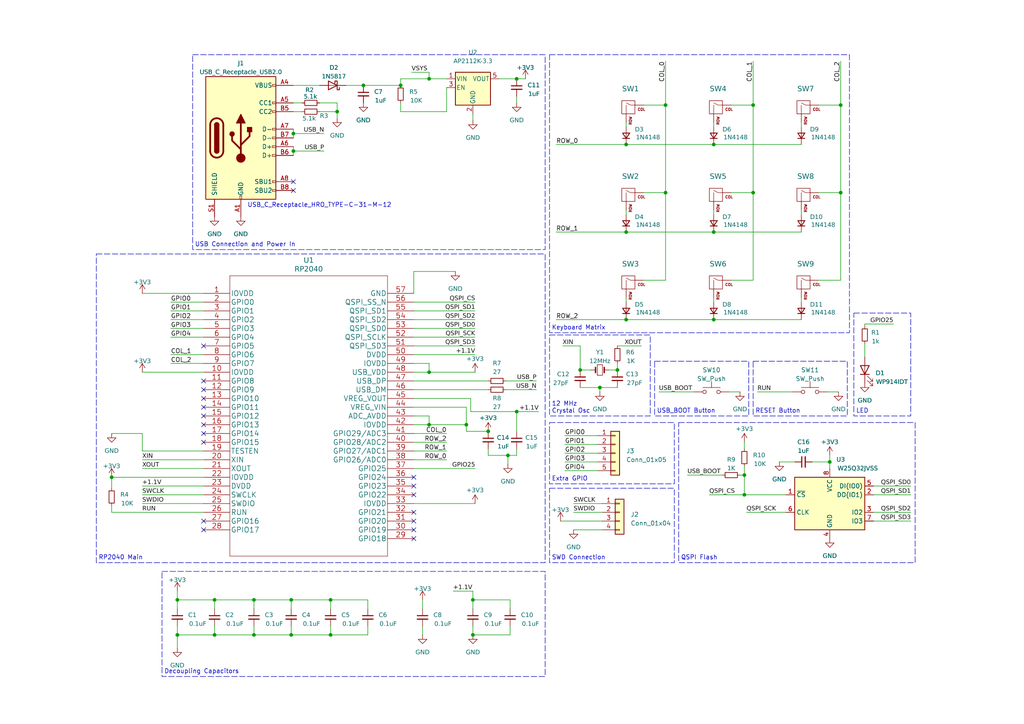
<source format=kicad_sch>
(kicad_sch (version 20230409) (generator eeschema)
  (paper "A4")
  (title_block (title "RP2040-based Keyboard") (date "2022-10-30") (rev "v1.0"))
  (junction (at 193.04 55.88))
  (junction (at 218.44 55.88))
  (junction (at 240.665 133.985))
  (junction (at 51.435 184.15))
  (junction (at 73.66 173.99))
  (junction (at 147.32 132.08))
  (junction (at 95.885 184.15))
  (junction (at 85.09 43.815))
  (junction (at 84.455 173.99))
  (junction (at 207.01 92.71))
  (junction (at 135.255 123.19))
  (junction (at 116.205 24.765))
  (junction (at 84.455 184.15))
  (junction (at 62.23 173.99))
  (junction (at 149.86 119.38))
  (junction (at 97.79 32.385))
  (junction (at 168.275 107.315))
  (junction (at 149.86 22.86))
  (junction (at 215.9 143.51))
  (junction (at 95.885 173.99))
  (junction (at 73.66 184.15))
  (junction (at 141.605 125.095))
  (junction (at 181.61 67.31))
  (junction (at 124.46 22.86))
  (junction (at 173.99 112.395))
  (junction (at 243.84 55.88))
  (junction (at 179.07 107.315))
  (junction (at 105.41 24.765))
  (junction (at 32.385 138.43))
  (junction (at 218.44 30.48))
  (junction (at 181.61 92.71))
  (junction (at 207.01 41.91))
  (junction (at 193.04 30.48))
  (junction (at 124.46 123.19))
  (junction (at 85.09 38.735))
  (junction (at 181.61 41.91))
  (junction (at 207.01 67.31))
  (junction (at 243.84 30.48))
  (junction (at 51.435 173.99))
  (junction (at 137.16 173.99))
  (junction (at 137.16 184.15))
  (junction (at 62.23 184.15))
  (junction (at 124.46 107.95))
  (junction (at 215.9 137.795))
  (no_connect (at 59.055 118.11))
  (no_connect (at 59.055 151.13))
  (no_connect (at 59.055 113.03))
  (no_connect (at 59.055 128.27))
  (no_connect (at 59.055 120.65))
  (no_connect (at 120.015 143.51))
  (no_connect (at 120.015 140.97))
  (no_connect (at 59.055 115.57))
  (no_connect (at 120.015 138.43))
  (no_connect (at 120.015 153.67))
  (no_connect (at 59.055 123.19))
  (no_connect (at 59.055 153.67))
  (no_connect (at 120.015 148.59))
  (no_connect (at 85.09 52.705))
  (no_connect (at 59.055 125.73))
  (no_connect (at 120.015 156.21))
  (no_connect (at 85.09 55.245))
  (no_connect (at 59.055 100.33))
  (no_connect (at 120.015 151.13))
  (no_connect (at 59.055 110.49))
  (wire (pts (xy 193.04 30.48) (xy 193.04 55.88)))
  (wire (pts (xy 120.015 110.49) (xy 141.605 110.49)))
  (wire (pts (xy 137.795 102.87) (xy 120.015 102.87)))
  (wire (pts (xy 193.04 81.28) (xy 193.04 55.88)))
  (wire (pts (xy 141.605 132.08) (xy 147.32 132.08)))
  (wire (pts (xy 181.61 60.96) (xy 181.61 62.23)))
  (wire (pts (xy 147.955 184.15) (xy 147.955 181.61)))
  (wire (pts (xy 85.09 24.765) (xy 92.71 24.765)))
  (wire (pts (xy 137.16 33.02) (xy 137.16 34.925)))
  (wire (pts (xy 212.09 55.88) (xy 218.44 55.88)))
  (wire (pts (xy 137.795 135.89) (xy 120.015 135.89)))
  (wire (pts (xy 51.435 173.99) (xy 51.435 176.53)))
  (wire (pts (xy 137.16 173.99) (xy 137.16 176.53)))
  (wire (pts (xy 95.885 181.61) (xy 95.885 184.15)))
  (wire (pts (xy 146.685 113.03) (xy 155.575 113.03)))
  (wire (pts (xy 253.365 140.97) (xy 264.16 140.97)))
  (wire (pts (xy 106.68 173.99) (xy 106.68 176.53)))
  (wire (pts (xy 62.23 181.61) (xy 62.23 184.15)))
  (wire (pts (xy 149.86 22.86) (xy 152.4 22.86)))
  (wire (pts (xy 41.275 133.35) (xy 59.055 133.35)))
  (wire (pts (xy 84.455 173.99) (xy 95.885 173.99)))
  (wire (pts (xy 119.38 20.955) (xy 124.46 20.955)))
  (wire (pts (xy 253.365 151.13) (xy 264.16 151.13)))
  (wire (pts (xy 95.885 173.99) (xy 95.885 176.53)))
  (wire (pts (xy 120.015 128.27) (xy 129.54 128.27)))
  (wire (pts (xy 181.61 67.31) (xy 207.01 67.31)))
  (wire (pts (xy 73.66 173.99) (xy 84.455 173.99)))
  (wire (pts (xy 141.605 130.175) (xy 141.605 132.08)))
  (wire (pts (xy 136.525 119.38) (xy 149.86 119.38)))
  (wire (pts (xy 173.99 112.395) (xy 179.07 112.395)))
  (wire (pts (xy 120.015 105.41) (xy 124.46 105.41)))
  (wire (pts (xy 95.885 184.15) (xy 106.68 184.15)))
  (wire (pts (xy 161.29 67.31) (xy 181.61 67.31)))
  (wire (pts (xy 186.69 30.48) (xy 193.04 30.48)))
  (wire (pts (xy 218.44 81.28) (xy 218.44 55.88)))
  (wire (pts (xy 147.32 132.08) (xy 147.32 134.62)))
  (wire (pts (xy 207.01 92.71) (xy 232.41 92.71)))
  (wire (pts (xy 219.71 113.665) (xy 229.87 113.665)))
  (wire (pts (xy 41.275 107.95) (xy 59.055 107.95)))
  (wire (pts (xy 116.205 32.385) (xy 129.54 32.385)))
  (wire (pts (xy 51.435 181.61) (xy 51.435 184.15)))
  (wire (pts (xy 216.535 148.59) (xy 227.965 148.59)))
  (wire (pts (xy 173.99 112.395) (xy 173.99 113.665)))
  (wire (pts (xy 59.055 90.17) (xy 49.53 90.17)))
  (wire (pts (xy 135.255 123.19) (xy 135.255 125.095)))
  (wire (pts (xy 235.585 133.985) (xy 240.665 133.985)))
  (wire (pts (xy 124.46 120.65) (xy 124.46 123.19)))
  (wire (pts (xy 207.01 60.96) (xy 207.01 62.23)))
  (wire (pts (xy 73.66 184.15) (xy 84.455 184.15)))
  (wire (pts (xy 186.69 81.28) (xy 193.04 81.28)))
  (wire (pts (xy 32.385 138.43) (xy 32.385 141.605)))
  (wire (pts (xy 95.885 173.99) (xy 106.68 173.99)))
  (wire (pts (xy 124.46 123.19) (xy 135.255 123.19)))
  (wire (pts (xy 243.84 81.28) (xy 243.84 55.88)))
  (wire (pts (xy 232.41 35.56) (xy 232.41 36.83)))
  (wire (pts (xy 237.49 81.28) (xy 243.84 81.28)))
  (wire (pts (xy 212.09 81.28) (xy 218.44 81.28)))
  (wire (pts (xy 41.275 146.05) (xy 59.055 146.05)))
  (wire (pts (xy 207.01 35.56) (xy 207.01 36.83)))
  (wire (pts (xy 149.86 119.38) (xy 156.21 119.38)))
  (wire (pts (xy 120.015 120.65) (xy 124.46 120.65)))
  (wire (pts (xy 105.41 24.765) (xy 116.205 24.765)))
  (wire (pts (xy 179.07 105.41) (xy 179.07 107.315)))
  (wire (pts (xy 168.275 112.395) (xy 173.99 112.395)))
  (wire (pts (xy 100.33 24.765) (xy 105.41 24.765)))
  (wire (pts (xy 129.54 32.385) (xy 129.54 25.4)))
  (wire (pts (xy 137.16 184.15) (xy 147.955 184.15)))
  (wire (pts (xy 92.71 32.385) (xy 97.79 32.385)))
  (wire (pts (xy 214.63 137.795) (xy 215.9 137.795)))
  (wire (pts (xy 59.055 130.81) (xy 41.275 130.81)))
  (wire (pts (xy 85.09 42.545) (xy 85.09 43.815)))
  (wire (pts (xy 173.355 136.525) (xy 163.83 136.525)))
  (wire (pts (xy 191.135 113.665) (xy 201.295 113.665)))
  (wire (pts (xy 232.41 60.96) (xy 232.41 62.23)))
  (wire (pts (xy 136.525 115.57) (xy 136.525 119.38)))
  (wire (pts (xy 135.255 125.095) (xy 141.605 125.095)))
  (wire (pts (xy 173.355 133.985) (xy 163.83 133.985)))
  (wire (pts (xy 85.09 32.385) (xy 87.63 32.385)))
  (wire (pts (xy 199.39 137.795) (xy 209.55 137.795)))
  (wire (pts (xy 120.015 78.74) (xy 120.015 85.09)))
  (wire (pts (xy 137.795 100.33) (xy 120.015 100.33)))
  (wire (pts (xy 215.9 143.51) (xy 227.965 143.51)))
  (wire (pts (xy 144.78 22.86) (xy 149.86 22.86)))
  (wire (pts (xy 62.23 173.99) (xy 73.66 173.99)))
  (wire (pts (xy 193.04 17.78) (xy 193.04 30.48)))
  (wire (pts (xy 137.795 87.63) (xy 120.015 87.63)))
  (wire (pts (xy 215.9 137.795) (xy 215.9 143.51)))
  (wire (pts (xy 237.49 55.88) (xy 243.84 55.88)))
  (wire (pts (xy 51.435 173.99) (xy 62.23 173.99)))
  (wire (pts (xy 132.08 78.74) (xy 120.015 78.74)))
  (wire (pts (xy 240.665 133.985) (xy 240.665 132.08)))
  (wire (pts (xy 137.795 90.17) (xy 120.015 90.17)))
  (wire (pts (xy 84.455 173.99) (xy 84.455 176.53)))
  (wire (pts (xy 215.9 128.27) (xy 215.9 130.175)))
  (wire (pts (xy 32.385 148.59) (xy 59.055 148.59)))
  (wire (pts (xy 97.79 32.385) (xy 97.79 34.29)))
  (wire (pts (xy 253.365 148.59) (xy 264.16 148.59)))
  (wire (pts (xy 250.825 99.695) (xy 250.825 103.505)))
  (wire (pts (xy 147.955 173.99) (xy 147.955 176.53)))
  (wire (pts (xy 207.01 67.31) (xy 232.41 67.31)))
  (wire (pts (xy 51.435 184.15) (xy 51.435 187.96)))
  (wire (pts (xy 122.555 181.61) (xy 122.555 184.15)))
  (wire (pts (xy 120.015 113.03) (xy 141.605 113.03)))
  (wire (pts (xy 41.275 85.09) (xy 59.055 85.09)))
  (wire (pts (xy 166.37 153.67) (xy 174.625 153.67)))
  (wire (pts (xy 120.015 115.57) (xy 136.525 115.57)))
  (wire (pts (xy 137.795 97.79) (xy 120.015 97.79)))
  (wire (pts (xy 163.195 100.33) (xy 168.275 100.33)))
  (wire (pts (xy 147.32 132.08) (xy 149.86 132.08)))
  (wire (pts (xy 124.46 107.95) (xy 120.015 107.95)))
  (wire (pts (xy 137.16 171.45) (xy 137.16 173.99)))
  (wire (pts (xy 41.275 140.97) (xy 59.055 140.97)))
  (wire (pts (xy 205.74 143.51) (xy 215.9 143.51)))
  (wire (pts (xy 215.9 135.255) (xy 215.9 137.795)))
  (wire (pts (xy 51.435 184.15) (xy 62.23 184.15)))
  (wire (pts (xy 85.09 38.735) (xy 85.09 40.005)))
  (wire (pts (xy 240.665 133.985) (xy 240.665 135.89)))
  (wire (pts (xy 59.055 87.63) (xy 49.53 87.63)))
  (wire (pts (xy 181.61 35.56) (xy 181.61 36.83)))
  (wire (pts (xy 226.06 133.985) (xy 230.505 133.985)))
  (wire (pts (xy 162.56 151.13) (xy 174.625 151.13)))
  (wire (pts (xy 84.455 184.15) (xy 95.885 184.15)))
  (wire (pts (xy 146.685 110.49) (xy 155.575 110.49)))
  (wire (pts (xy 92.71 29.845) (xy 97.79 29.845)))
  (wire (pts (xy 212.09 30.48) (xy 218.44 30.48)))
  (wire (pts (xy 237.49 30.48) (xy 243.84 30.48)))
  (wire (pts (xy 41.275 135.89) (xy 59.055 135.89)))
  (wire (pts (xy 137.795 146.05) (xy 120.015 146.05)))
  (wire (pts (xy 166.37 148.59) (xy 174.625 148.59)))
  (wire (pts (xy 168.275 100.33) (xy 168.275 107.315)))
  (wire (pts (xy 85.09 43.815) (xy 85.09 45.085)))
  (wire (pts (xy 124.46 105.41) (xy 124.46 107.95)))
  (wire (pts (xy 137.16 181.61) (xy 137.16 184.15)))
  (wire (pts (xy 59.055 105.41) (xy 49.53 105.41)))
  (wire (pts (xy 179.07 100.33) (xy 186.055 100.33)))
  (wire (pts (xy 253.365 143.51) (xy 264.16 143.51)))
  (wire (pts (xy 173.355 128.905) (xy 163.83 128.905)))
  (wire (pts (xy 137.795 107.95) (xy 124.46 107.95)))
  (wire (pts (xy 137.795 92.71) (xy 120.015 92.71)))
  (wire (pts (xy 85.09 43.815) (xy 93.98 43.815)))
  (wire (pts (xy 135.255 118.11) (xy 135.255 123.19)))
  (wire (pts (xy 85.09 38.735) (xy 93.98 38.735)))
  (wire (pts (xy 85.09 29.845) (xy 87.63 29.845)))
  (wire (pts (xy 124.46 20.955) (xy 124.46 22.86)))
  (wire (pts (xy 124.46 123.19) (xy 120.015 123.19)))
  (wire (pts (xy 73.66 181.61) (xy 73.66 184.15)))
  (wire (pts (xy 32.385 146.685) (xy 32.385 148.59)))
  (wire (pts (xy 181.61 41.91) (xy 207.01 41.91)))
  (wire (pts (xy 149.86 119.38) (xy 149.86 125.095)))
  (wire (pts (xy 250.825 93.98) (xy 250.825 94.615)))
  (wire (pts (xy 218.44 17.78) (xy 218.44 30.48)))
  (wire (pts (xy 168.275 107.315) (xy 171.45 107.315)))
  (wire (pts (xy 116.205 29.845) (xy 116.205 32.385)))
  (wire (pts (xy 166.37 146.05) (xy 174.625 146.05)))
  (wire (pts (xy 59.055 92.71) (xy 49.53 92.71)))
  (wire (pts (xy 259.08 93.98) (xy 250.825 93.98)))
  (wire (pts (xy 218.44 30.48) (xy 218.44 55.88)))
  (wire (pts (xy 116.205 22.86) (xy 116.205 24.765)))
  (wire (pts (xy 84.455 181.61) (xy 84.455 184.15)))
  (wire (pts (xy 161.29 41.91) (xy 181.61 41.91)))
  (wire (pts (xy 243.84 17.78) (xy 243.84 30.48)))
  (wire (pts (xy 173.355 126.365) (xy 163.83 126.365)))
  (wire (pts (xy 207.01 41.91) (xy 232.41 41.91)))
  (wire (pts (xy 149.86 132.08) (xy 149.86 130.175)))
  (wire (pts (xy 41.275 143.51) (xy 59.055 143.51)))
  (wire (pts (xy 124.46 22.86) (xy 116.205 22.86)))
  (wire (pts (xy 51.435 171.45) (xy 51.435 173.99)))
  (wire (pts (xy 240.03 113.665) (xy 243.205 113.665)))
  (wire (pts (xy 173.355 131.445) (xy 163.83 131.445)))
  (wire (pts (xy 120.015 125.73) (xy 129.54 125.73)))
  (wire (pts (xy 120.015 130.81) (xy 129.54 130.81)))
  (wire (pts (xy 137.16 173.99) (xy 147.955 173.99)))
  (wire (pts (xy 129.54 22.86) (xy 124.46 22.86)))
  (wire (pts (xy 120.015 118.11) (xy 135.255 118.11)))
  (wire (pts (xy 41.275 125.73) (xy 32.385 125.73)))
  (wire (pts (xy 59.055 97.79) (xy 49.53 97.79)))
  (wire (pts (xy 243.84 30.48) (xy 243.84 55.88)))
  (wire (pts (xy 211.455 113.665) (xy 214.63 113.665)))
  (wire (pts (xy 131.445 171.45) (xy 137.16 171.45)))
  (wire (pts (xy 137.795 95.25) (xy 120.015 95.25)))
  (wire (pts (xy 120.015 133.35) (xy 129.54 133.35)))
  (wire (pts (xy 32.385 138.43) (xy 59.055 138.43)))
  (wire (pts (xy 41.275 130.81) (xy 41.275 125.73)))
  (wire (pts (xy 122.555 173.99) (xy 122.555 176.53)))
  (wire (pts (xy 59.055 95.25) (xy 49.53 95.25)))
  (wire (pts (xy 62.23 173.99) (xy 62.23 176.53)))
  (wire (pts (xy 181.61 86.36) (xy 181.61 87.63)))
  (wire (pts (xy 106.68 181.61) (xy 106.68 184.15)))
  (wire (pts (xy 62.23 184.15) (xy 73.66 184.15)))
  (wire (pts (xy 186.69 55.88) (xy 193.04 55.88)))
  (wire (pts (xy 176.53 107.315) (xy 179.07 107.315)))
  (wire (pts (xy 207.01 86.36) (xy 207.01 87.63)))
  (wire (pts (xy 59.055 102.87) (xy 49.53 102.87)))
  (wire (pts (xy 85.09 37.465) (xy 85.09 38.735)))
  (wire (pts (xy 232.41 86.36) (xy 232.41 87.63)))
  (wire (pts (xy 181.61 92.71) (xy 207.01 92.71)))
  (wire (pts (xy 97.79 29.845) (xy 97.79 32.385)))
  (wire (pts (xy 149.86 27.94) (xy 149.86 29.845)))
  (wire (pts (xy 161.29 92.71) (xy 181.61 92.71)))
  (wire (pts (xy 73.66 173.99) (xy 73.66 176.53)))
  (rectangle (start 159.385 97.155) (end 188.595 120.65) (stroke (width 0) (type dash)))
  (rectangle (start 189.865 104.775) (end 217.17 120.65) (stroke (width 0) (type dash)))
  (rectangle (start 247.65 90.805) (end 264.16 120.65) (stroke (width 0) (type dash)))
  (rectangle (start 218.44 104.775) (end 245.745 120.65) (stroke (width 0) (type dash)))
  (rectangle (start 55.88 15.875) (end 158.115 72.39) (stroke (width 0) (type dash)))
  (rectangle (start 159.385 141.605) (end 195.58 163.195) (stroke (width 0) (type dash)))
  (rectangle (start 27.94 73.66) (end 158.115 163.195) (stroke (width 0) (type dash)))
  (rectangle (start 196.85 122.555) (end 265.43 163.195) (stroke (width 0) (type dash)))
  (rectangle (start 46.99 165.735) (end 158.115 196.215) (stroke (width 0) (type dash)))
  (rectangle (start 159.385 15.875) (end 246.38 96.52) (stroke (width 0) (type dash)))
  (rectangle (start 159.385 122.555) (end 195.58 140.335) (stroke (width 0) (type dash)))
  (text "RESET Button\n" (at 219.075 120.015 0) (effects (font (size 1.27 1.27)) (justify left bottom)))
  (text "USB Connection and Power In" (at 56.515 71.755 0) (effects (font (size 1.27 1.27)) (justify left bottom)))
  (text "Keyboard Matrix" (at 160.02 95.885 0) (effects (font (size 1.27 1.27)) (justify left bottom)))
  (text "12 MHz\nCrystal Osc" (at 160.02 120.015 0) (effects (font (size 1.27 1.27)) (justify left bottom)))
  (text "QSPI Flash" (at 197.485 162.56 0) (effects (font (size 1.27 1.27)) (justify left bottom)))
  (text "Decoupling Capacitors" (at 47.625 195.58 0) (effects (font (size 1.27 1.27)) (justify left bottom)))
  (text "USB_BOOT Button\n" (at 190.5 120.015 0) (effects (font (size 1.27 1.27)) (justify left bottom)))
  (text "Extra GPIO" (at 160.02 139.7 0) (effects (font (size 1.27 1.27)) (justify left bottom)))
  (text "LED" (at 248.285 120.015 0) (effects (font (size 1.27 1.27)) (justify left bottom)))
  (text "USB_C_Receptacle_HRO_TYPE-C-31-M-12" (at 71.755 60.325 0) (effects (font (size 1.27 1.27)) (justify left bottom)))
  (text "RP2040 Main" (at 28.575 162.56 0) (effects (font (size 1.27 1.27)) (justify left bottom)))
  (text "SWD Connection" (at 160.02 162.56 0) (effects (font (size 1.27 1.27)) (justify left bottom)))
  (label "USB_N" (at 155.575 113.03 180))
  (label "ROW_0" (at 129.54 133.35 180))
  (label "SWDIO" (at 166.37 148.59 0))
  (label "USB_P" (at 155.575 110.49 180))
  (label "ROW_0" (at 161.29 41.91 0))
  (label "SWCLK" (at 166.37 146.05 0))
  (label "COL_2" (at 49.53 105.41 0))
  (label "QSPI_SD2" (at 264.16 148.59 180))
  (label "XIN" (at 163.195 100.33 0))
  (label "QSPI_SCK" (at 216.535 148.59 0))
  (label "COL_1" (at 218.44 17.78 270))
  (label "GPIO4" (at 163.83 136.525 0))
  (label "GPIO1" (at 163.83 128.905 0))
  (label "COL_2" (at 243.84 17.78 270))
  (label "QSPI_SD3" (at 137.795 100.33 180))
  (label "COL_0" (at 129.54 125.73 180))
  (label "QSPI_SD2" (at 137.795 92.71 180))
  (label "RUN" (at 219.71 113.665 0))
  (label "XOUT" (at 186.055 100.33 180))
  (label "GPIO0" (at 49.53 87.63 0))
  (label "QSPI_SD3" (at 264.16 151.13 180))
  (label "QSPI_SD1" (at 137.795 90.17 180))
  (label "VSYS" (at 119.38 20.955 0))
  (label "ROW_2" (at 161.29 92.71 0))
  (label "XIN" (at 41.275 133.35 0))
  (label "GPIO2" (at 49.53 92.71 0))
  (label "USB_N" (at 93.98 38.735 180))
  (label "+1.1V" (at 41.275 140.97 0))
  (label "RUN" (at 41.275 148.59 0))
  (label "USB_BOOT" (at 191.135 113.665 0))
  (label "USB_BOOT" (at 199.39 137.795 0))
  (label "GPIO3" (at 49.53 95.25 0))
  (label "ROW_1" (at 129.54 130.81 180))
  (label "GPIO3" (at 163.83 133.985 0))
  (label "USB_P" (at 93.98 43.815 180))
  (label "+1.1V" (at 137.795 102.87 180))
  (label "GPIO25" (at 259.08 93.98 180))
  (label "QSPI_SCK" (at 137.795 97.79 180))
  (label "+1.1V" (at 156.21 119.38 180))
  (label "+1.1V" (at 131.445 171.45 0))
  (label "SWDIO" (at 41.275 146.05 0))
  (label "QSPI_SD1" (at 264.16 143.51 180))
  (label "QSPI_SD0" (at 264.16 140.97 180))
  (label "SWCLK" (at 41.275 143.51 0))
  (label "ROW_1" (at 161.29 67.31 0))
  (label "GPIO0" (at 163.83 126.365 0))
  (label "QSPI_CS" (at 137.795 87.63 180))
  (label "GPIO1" (at 49.53 90.17 0))
  (label "QSPI_SD0" (at 137.795 95.25 180))
  (label "COL_1" (at 49.53 102.87 0))
  (label "GPIO25" (at 137.795 135.89 180))
  (label "COL_0" (at 193.04 17.78 270))
  (label "ROW_2" (at 129.54 128.27 180))
  (label "QSPI_CS" (at 205.74 143.51 0))
  (label "GPIO2" (at 163.83 131.445 0))
  (label "XOUT" (at 41.275 135.89 0))
  (label "GPIO4" (at 49.53 97.79 0))
  (symbol (lib_id "PCM_4ms_Power-symbol:GND") (at 243.205 113.665 0) (unit 1)
    (property "Reference" "#PWR029" (effects hide))
    (property "Value" "GND" (at 243.205 118.745 0))
  )
  (symbol (lib_id "Device:C_Small") (at 168.275 109.855 0) (unit 1)
    (property "Reference" "C12" (at 165.1 108.5913 0) (effects (justify right)))
    (property "Value" "27pF" (at 165.1 111.1313 0) (effects (justify right)))
    (property "Footprint" "Capacitor_SMD:C_0603_1608Metric" (effects hide))
    (property "JLC Part #" "C107045" (effects hide))
    (property "JLC Part #" "C14663" (effects hide))
    (property "JLC Part #" "C14663" (effects hide))
    (property "LCSC" "C107045" (effects hide))
    (property "LCSC" "C107045" (effects hide))
  )
  (symbol (lib_id "MX_Alps_Hybrid:MX-NoLED") (at 233.68 31.75 0) (unit 1)
    (property "Reference" "SW7" (at 233.68 25.8318 0) (effects (font (size 1.524 1.524))))
    (property "Value" "KEYSW" (effects hide))
    (property "Footprint" "Button_Switch_Keyboard:SW_Cherry_MX_1.00u_PCB" (effects hide))
    (property "Amazon Link" "https://www.amazon.com/dp/B0BFQFHLDJ/" (effects hide))
  )
  (symbol (lib_id "MX_Alps_Hybrid:MX-NoLED") (at 208.28 82.55 0) (unit 1)
    (property "Reference" "SW6" (at 208.28 76.6318 0) (effects (font (size 1.524 1.524))))
    (property "Value" "KEYSW" (effects hide))
    (property "Footprint" "Button_Switch_Keyboard:SW_Cherry_MX_1.00u_PCB" (effects hide))
    (property "Amazon Link" "https://www.amazon.com/dp/B0BFQFHLDJ/" (effects hide))
  )
  (symbol (lib_id "Device:D_Small") (at 207.01 39.37 90) (unit 1)
    (property "Reference" "D6" (at 209.55 37.592 90) (effects (justify right)))
    (property "Value" "1N4148" (at 209.55 39.878 90) (effects (justify right)))
    (property "Footprint" "Diode_THT:D_DO-35_SOD27_P7.62mm_Horizontal" (effects hide))
    (property "Digikey #" "1N4148FS-ND" (effects hide))
  )
  (symbol (lib_id "Device:R_Small") (at 212.09 137.795 90) (unit 1)
    (property "Reference" "R9" (at 212.09 133.35 90))
    (property "Value" "1K" (at 212.09 135.89 90))
    (property "Footprint" "Resistor_SMD:R_0603_1608Metric" (effects hide))
    (property "JLC Part #" "C22548" (effects hide))
    (property "LCSC" "C22548" (effects hide))
    (property "LCSC" "C22548" (effects hide))
  )
  (symbol (lib_id "MX_Alps_Hybrid:MX-NoLED") (at 182.88 82.55 0) (unit 1)
    (property "Reference" "SW3" (at 182.88 76.6318 0) (effects (font (size 1.524 1.524))))
    (property "Value" "KEYSW" (effects hide))
    (property "Footprint" "Button_Switch_Keyboard:SW_Cherry_MX_1.00u_PCB" (effects hide))
    (property "Amazon Link" "https://www.amazon.com/dp/B0BFQFHLDJ/" (effects hide))
  )
  (symbol (lib_id "Device:C_Small") (at 141.605 127.635 0) (unit 1)
    (property "Reference" "C14" (at 144.145 127.0063 0) (effects (justify left)))
    (property "Value" "1uF" (at 144.145 129.5463 0) (effects (justify left)))
    (property "Footprint" "Capacitor_SMD:C_0603_1608Metric" (effects hide))
    (property "JLC Part #" "C1689" (effects hide))
    (property "JLC Part #" "C1689" (effects hide))
    (property "JLC Part #" "C1689" (effects hide))
    (property "LCSC" "C1689" (effects hide))
    (property "LCSC" "C1689" (effects hide))
  )
  (symbol (lib_id "power:+3.3V") (at 141.605 125.095 0) (unit 1)
    (property "Reference" "#PWR024" (effects hide))
    (property "Value" "+3V3" (at 141.605 121.285 0))
  )
  (symbol (lib_id "Device:D_Small") (at 232.41 90.17 90) (unit 1)
    (property "Reference" "D11" (at 234.95 88.392 90) (effects (justify right)))
    (property "Value" "1N4148" (at 234.95 90.678 90) (effects (justify right)))
    (property "Footprint" "Diode_THT:D_DO-35_SOD27_P7.62mm_Horizontal" (effects hide))
    (property "Digikey #" "1N4148FS-ND" (effects hide))
  )
  (symbol (lib_id "Device:Crystal_Small") (at 173.99 107.315 0) (unit 1)
    (property "Reference" "Y1" (at 173.99 102.235 0))
    (property "Value" "12MHz" (at 173.99 104.775 0))
    (property "Footprint" "Crystal:Crystal_HC49-4H_Vertical" (effects hide))
    (property "Digikey #" "535-9037-ND" (effects hide))
    (property "Digikey #" "ABL-12.000MHZ-B2" (effects hide))
  )
  (symbol (lib_id "Device:R_Small") (at 250.825 97.155 0) (unit 1)
    (property "Reference" "R1" (at 252.73 96.52 0) (effects (justify left)))
    (property "Value" "1k" (at 252.73 99.06 0) (effects (justify left)))
    (property "Footprint" "Resistor_SMD:R_0603_1608Metric" (effects hide))
    (property "JLC Part #" "C22548" (effects hide))
    (property "LCSC" "C22548" (effects hide))
    (property "LCSC" "C22548" (effects hide))
  )
  (symbol (lib_id "Device:D_Small") (at 232.41 39.37 90) (unit 1)
    (property "Reference" "D9" (at 234.95 37.592 90) (effects (justify right)))
    (property "Value" "1N4148" (at 234.95 39.878 90) (effects (justify right)))
    (property "Footprint" "Diode_THT:D_DO-35_SOD27_P7.62mm_Horizontal" (effects hide))
    (property "Digikey #" "1N4148FS-ND" (effects hide))
  )
  (symbol (lib_id "PCM_4ms_Power-symbol:GND") (at 132.08 78.74 0) (unit 1)
    (property "Reference" "#PWR021" (effects hide))
    (property "Value" "GND" (at 132.08 83.82 0))
  )
  (symbol (lib_id "power:+3.3V") (at 137.795 146.05 0) (unit 1)
    (property "Reference" "#PWR023" (effects hide))
    (property "Value" "+3V3" (at 137.795 142.24 0))
  )
  (symbol (lib_id "power:+3.3V") (at 215.9 128.27 0) (unit 1)
    (property "Reference" "#PWR026" (effects hide))
    (property "Value" "+3V3" (at 215.9 124.46 0))
  )
  (symbol (lib_id "power:+3.3V") (at 41.275 85.09 0) (unit 1)
    (property "Reference" "#PWR011" (effects hide))
    (property "Value" "+3V3" (at 41.275 81.915 0))
  )
  (symbol (lib_id "Device:R_Small") (at 179.07 102.87 0) (unit 1)
    (property "Reference" "R6" (at 181.61 102.235 0) (effects (justify left)))
    (property "Value" "1K" (at 181.61 104.775 0) (effects (justify left)))
    (property "Footprint" "Resistor_SMD:R_0603_1608Metric" (effects hide))
    (property "JLC Part #" "C22548" (effects hide))
    (property "LCSC" "C22548" (effects hide))
    (property "LCSC" "C22548" (effects hide))
  )
  (symbol (lib_id "PCM_4ms_Power-symbol:GND") (at 32.385 125.73 0) (unit 1)
    (property "Reference" "#PWR09" (effects hide))
    (property "Value" "GND" (at 32.385 130.81 0))
  )
  (symbol (lib_id "power:GND") (at 122.555 184.15 0) (unit 1)
    (property "Reference" "#PWR015" (effects hide))
    (property "Value" "GND" (at 122.555 189.23 0))
  )
  (symbol (lib_id "MX_Alps_Hybrid:MX-NoLED") (at 182.88 57.15 0) (unit 1)
    (property "Reference" "SW2" (at 182.88 51.2318 0) (effects (font (size 1.524 1.524))))
    (property "Value" "KEYSW" (effects hide))
    (property "Footprint" "Button_Switch_Keyboard:SW_Cherry_MX_1.00u_PCB" (effects hide))
    (property "Amazon Link" "https://www.amazon.com/dp/B0BFQFHLDJ/" (effects hide))
  )
  (symbol (lib_id "power:+3.3V") (at 32.385 138.43 0) (unit 1)
    (property "Reference" "#PWR010" (effects hide))
    (property "Value" "+3V3" (at 32.385 135.255 0))
  )
  (symbol (lib_id "power:GND") (at 97.79 34.29 0) (unit 1)
    (property "Reference" "#PWR08" (effects hide))
    (property "Value" "GND" (at 97.79 39.37 0))
  )
  (symbol (lib_id "PCM_4ms_Power-symbol:GND") (at 240.665 156.21 0) (unit 1)
    (property "Reference" "#PWR0102" (effects hide))
    (property "Value" "GND" (at 240.665 161.29 0))
  )
  (symbol (lib_id "Device:R_Small") (at 144.145 110.49 90) (unit 1)
    (property "Reference" "R7" (at 144.145 105.41 90))
    (property "Value" "27" (at 144.145 107.95 90))
    (property "Footprint" "Resistor_SMD:R_0603_1608Metric" (effects hide))
    (property "JLC Part #" "C137753" (effects hide))
    (property "LCSC" "C137753" (effects hide))
    (property "LCSC" "C137753" (effects hide))
  )
  (symbol (lib_id "Device:C_Small") (at 137.16 179.07 0) (unit 1)
    (property "Reference" "C9" (at 140.335 178.4413 0) (effects (justify left)))
    (property "Value" "0.1uF" (at 140.335 180.9813 0) (effects (justify left)))
    (property "Footprint" "Capacitor_SMD:C_0603_1608Metric" (effects hide))
    (property "JLC Part #" "C14663" (effects hide))
    (property "JLC Part #" "C14663" (effects hide))
    (property "JLC Part #" "C14663" (effects hide))
    (property "LCSC" "C14663" (effects hide))
    (property "LCSC" "C14663" (effects hide))
  )
  (symbol (lib_id "power:GND") (at 173.99 113.665 0) (unit 1)
    (property "Reference" "#PWR019" (effects hide))
    (property "Value" "GND" (at 173.99 118.745 0))
  )
  (symbol (lib_id "power:+3.3V") (at 152.4 22.86 0) (unit 1)
    (property "Reference" "#PWR018" (effects hide))
    (property "Value" "+3V3" (at 152.4 19.685 0))
  )
  (symbol (lib_id "MX_Alps_Hybrid:MX-NoLED") (at 233.68 82.55 0) (unit 1)
    (property "Reference" "SW9" (at 233.68 76.6318 0) (effects (font (size 1.524 1.524))))
    (property "Value" "KEYSW" (effects hide))
    (property "Footprint" "Button_Switch_Keyboard:SW_Cherry_MX_1.00u_PCB" (effects hide))
    (property "Amazon Link" "https://www.amazon.com/dp/B0BFQFHLDJ/" (effects hide))
  )
  (symbol (lib_id "power:GND") (at 62.23 62.865 0) (unit 1)
    (property "Reference" "#PWR06" (effects hide))
    (property "Value" "GND" (at 62.23 67.945 0))
  )
  (symbol (lib_id "Memory_Flash:W25Q32JVSS") (at 240.665 146.05 0) (unit 1)
    (property "Reference" "U3" (at 242.6209 133.35 0) (effects (justify left)))
    (property "Value" "W25Q32JVSS" (at 242.6209 135.89 0) (effects (justify left)))
    (property "Footprint" "Package_SO:SOIC-8_5.23x5.23mm_P1.27mm" (effects hide))
    (property "Datasheet" "http://www.winbond.com/resource-files/w25q32jv%20revg%2003272018%20plus.pdf" (effects hide))
    (property "JLC Part #" "C82317" (effects hide))
    (property "LCSC" "C82317" (effects hide))
    (property "LCSC" "C82317" (effects hide))
  )
  (symbol (lib_id "PCM_4ms_Power-symbol:GND") (at 226.06 133.985 0) (unit 1)
    (property "Reference" "#PWR027" (effects hide))
    (property "Value" "GND" (at 226.06 139.065 0))
  )
  (symbol (lib_id "power:GND") (at 105.41 29.845 0) (unit 1)
    (property "Reference" "#PWR013" (effects hide))
    (property "Value" "GND" (at 105.41 34.925 0))
  )
  (symbol (lib_id "Device:C_Small") (at 106.68 179.07 0) (unit 1)
    (property "Reference" "C6" (at 109.855 178.4413 0) (effects (justify left)))
    (property "Value" "0.1uF" (at 109.855 180.9813 0) (effects (justify left)))
    (property "Footprint" "Capacitor_SMD:C_0603_1608Metric" (effects hide))
    (property "JLC Part #" "C14663" (effects hide))
    (property "JLC Part #" "C14663" (effects hide))
    (property "JLC Part #" "C14663" (effects hide))
    (property "LCSC" "C14663" (effects hide))
    (property "LCSC" "C14663" (effects hide))
  )
  (symbol (lib_id "Device:D_Small") (at 181.61 39.37 90) (unit 1)
    (property "Reference" "D3" (at 184.15 37.592 90) (effects (justify right)))
    (property "Value" "1N4148" (at 184.15 39.878 90) (effects (justify right)))
    (property "Footprint" "Diode_THT:D_DO-35_SOD27_P7.62mm_Horizontal" (effects hide))
    (property "Digikey #" "1N4148FS-ND" (effects hide))
  )
  (symbol (lib_id "MX_Alps_Hybrid:MX-NoLED") (at 208.28 31.75 0) (unit 1)
    (property "Reference" "SW4" (at 208.28 25.8318 0) (effects (font (size 1.524 1.524))))
    (property "Value" "KEYSW" (effects hide))
    (property "Footprint" "Button_Switch_Keyboard:SW_Cherry_MX_1.00u_PCB" (effects hide))
    (property "Amazon Link" "https://www.amazon.com/dp/B0BFQFHLDJ/" (effects hide))
  )
  (symbol (lib_id "Device:C_Small") (at 147.955 179.07 0) (unit 1)
    (property "Reference" "C10" (at 151.13 178.4413 0) (effects (justify left)))
    (property "Value" "0.1uF" (at 151.13 180.9813 0) (effects (justify left)))
    (property "Footprint" "Capacitor_SMD:C_0603_1608Metric" (effects hide))
    (property "JLC Part #" "C14663" (effects hide))
    (property "JLC Part #" "C14663" (effects hide))
    (property "JLC Part #" "C14663" (effects hide))
    (property "LCSC" "C14663" (effects hide))
    (property "LCSC" "C14663" (effects hide))
  )
  (symbol (lib_id "power:+3.3V") (at 137.795 107.95 0) (unit 1)
    (property "Reference" "#PWR022" (effects hide))
    (property "Value" "+3V3" (at 137.795 104.14 0))
  )
  (symbol (lib_id "Device:R_Small") (at 116.205 27.305 0) (unit 1)
    (property "Reference" "R5" (at 118.745 26.67 0) (effects (justify left)))
    (property "Value" "10K" (at 118.745 29.21 0) (effects (justify left)))
    (property "Footprint" "Resistor_SMD:R_0603_1608Metric" (effects hide))
    (property "JLC Part #" "C99198" (effects hide))
    (property "LCSC" "C99198" (effects hide))
    (property "LCSC" "C99198" (effects hide))
  )
  (symbol (lib_id "power:GND") (at 51.435 187.96 0) (unit 1)
    (property "Reference" "#PWR02" (effects hide))
    (property "Value" "GND" (at 51.435 193.04 0))
  )
  (symbol (lib_id "PCM_4ms_Power-symbol:GND") (at 214.63 113.665 0) (unit 1)
    (property "Reference" "#PWR0101" (effects hide))
    (property "Value" "GND" (at 214.63 118.745 0))
  )
  (symbol (lib_id "Diode:1N5817") (at 96.52 24.765 180) (unit 1)
    (property "Reference" "D2" (at 96.8375 19.685 0))
    (property "Value" "1N5817" (at 96.8375 22.225 0))
    (property "Footprint" "Diode_THT:D_DO-41_SOD81_P10.16mm_Horizontal" (effects hide))
    (property "Datasheet" "http://www.vishay.com/docs/88525/1n5817.pdf" (effects hide))
    (property "Digikey #" "1N5817-E3/73GICT-ND" (effects hide))
  )
  (symbol (lib_id "PCM_4ms_Power-symbol:GND") (at 147.32 134.62 0) (unit 1)
    (property "Reference" "#PWR025" (effects hide))
    (property "Value" "GND" (at 147.32 139.7 0))
  )
  (symbol (lib_id "power:+3.3V") (at 162.56 151.13 0) (unit 1)
    (property "Reference" "#PWR03" (effects hide))
    (property "Value" "+3V3" (at 162.56 147.955 0))
  )
  (symbol (lib_id "Switch:SW_Push") (at 234.95 113.665 0) (unit 1)
    (property "Reference" "SW11" (at 234.95 107.315 0))
    (property "Value" "SW_Push" (at 234.95 109.855 0))
    (property "Footprint" "Button_Switch_THT:SW_PUSH_6mm" (effects hide))
    (property "Digikey #" "2223-TS02-66-60-BK-160-LCR-D-ND" (effects hide))
  )
  (symbol (lib_id "power:GND") (at 137.16 34.925 0) (unit 1)
    (property "Reference" "#PWR0105" (effects hide))
    (property "Value" "GND" (at 137.16 40.005 0))
  )
  (symbol (lib_id "2022-10-24_20-36-00:RP2040") (at 59.055 85.09 0) (unit 1)
    (property "Reference" "U1" (at 89.535 75.565 0) (effects (font (size 1.524 1.524))))
    (property "Value" "RP2040" (at 89.535 78.105 0) (effects (font (size 1.524 1.524))))
    (property "Footprint" "Package_DFN_QFN:QFN-56-1EP_7x7mm_P0.4mm_EP3.2x3.2mm_ThermalVias" (effects hide))
    (property "JLC Part #" "C2040" (effects hide))
    (property "LCSC" "C2040" (effects hide))
    (property "LCSC" "C2040" (effects hide))
  )
  (symbol (lib_id "Device:C_Small") (at 149.86 25.4 0) (unit 1)
    (property "Reference" "C11" (at 153.035 24.7713 0) (effects (justify left)))
    (property "Value" "1uF" (at 153.035 27.3113 0) (effects (justify left)))
    (property "Footprint" "Capacitor_SMD:C_0603_1608Metric" (effects hide))
    (property "JLC Part #" "C1689" (effects hide))
    (property "JLC Part #" "C1689" (effects hide))
    (property "JLC Part #" "C1689" (effects hide))
    (property "LCSC" "C1689" (effects hide))
    (property "LCSC" "C1689" (effects hide))
  )
  (symbol (lib_id "Regulator_Linear:AP2112K-3.3") (at 137.16 25.4 0) (unit 1)
    (property "Reference" "U2" (at 137.16 15.24 0))
    (property "Value" "AP2112K-3.3" (at 137.16 17.78 0))
    (property "Footprint" "Package_TO_SOT_SMD:SOT-23-5" (effects hide))
    (property "Datasheet" "https://www.diodes.com/assets/Datasheets/AP2112.pdf" (effects hide))
    (property "JLC Part #" "C51118" (effects hide))
    (property "LCSC" "C51118" (effects hide))
    (property "LCSC" "C51118" (effects hide))
  )
  (symbol (lib_id "Device:D_Small") (at 207.01 64.77 90) (unit 1)
    (property "Reference" "D7" (at 209.55 62.992 90) (effects (justify right)))
    (property "Value" "1N4148" (at 209.55 65.278 90) (effects (justify right)))
    (property "Footprint" "Diode_THT:D_DO-35_SOD27_P7.62mm_Horizontal" (effects hide))
    (property "Digikey #" "1N4148FS-ND" (effects hide))
  )
  (symbol (lib_id "Device:D_Small") (at 181.61 90.17 90) (unit 1)
    (property "Reference" "D5" (at 184.15 88.392 90) (effects (justify right)))
    (property "Value" "1N4148" (at 184.15 90.678 90) (effects (justify right)))
    (property "Footprint" "Diode_THT:D_DO-35_SOD27_P7.62mm_Horizontal" (effects hide))
    (property "Digikey #" "1N4148FS-ND" (effects hide))
  )
  (symbol (lib_id "Device:D_Small") (at 181.61 64.77 90) (unit 1)
    (property "Reference" "D4" (at 184.15 62.992 90) (effects (justify right)))
    (property "Value" "1N4148" (at 184.15 65.278 90) (effects (justify right)))
    (property "Footprint" "Diode_THT:D_DO-35_SOD27_P7.62mm_Horizontal" (effects hide))
    (property "Digikey #" "1N4148FS-ND" (effects hide))
  )
  (symbol (lib_id "Device:D_Small") (at 232.41 64.77 90) (unit 1)
    (property "Reference" "D10" (at 234.95 62.992 90) (effects (justify right)))
    (property "Value" "1N4148" (at 234.95 65.278 90) (effects (justify right)))
    (property "Footprint" "Diode_THT:D_DO-35_SOD27_P7.62mm_Horizontal" (effects hide))
    (property "Digikey #" "1N4148FS-ND" (effects hide))
  )
  (symbol (lib_id "Device:C_Small") (at 84.455 179.07 0) (unit 1)
    (property "Reference" "C4" (at 87.63 178.4413 0) (effects (justify left)))
    (property "Value" "0.1uF" (at 87.63 180.9813 0) (effects (justify left)))
    (property "Footprint" "Capacitor_SMD:C_0603_1608Metric" (effects hide))
    (property "JLC Part #" "C14663" (effects hide))
    (property "JLC Part #" "C14663" (effects hide))
    (property "JLC Part #" "C14663" (effects hide))
    (property "LCSC" "C14663" (effects hide))
    (property "LCSC" "C14663" (effects hide))
  )
  (symbol (lib_id "power:GND") (at 137.16 184.15 0) (unit 1)
    (property "Reference" "#PWR016" (effects hide))
    (property "Value" "GND" (at 137.16 189.23 0))
  )
  (symbol (lib_id "Device:LED") (at 250.825 107.315 90) (unit 1)
    (property "Reference" "D1" (at 254 108.2675 90) (effects (justify right)))
    (property "Value" "WP914IDT" (at 254 110.8075 90) (effects (justify right)))
    (property "Footprint" "LED_THT:LED_D3.0mm" (effects hide))
    (property "Datasheet" "https://www.kingbrightusa.com/images/catalog/SPEC/WP914IDT.pdf" (effects hide))
    (property "Digikey #" "754-1901-ND" (effects hide))
  )
  (symbol (lib_id "Connector:USB_C_Receptacle_USB2.0") (at 69.85 40.005 0) (unit 1)
    (property "Reference" "J1" (at 69.85 18.415 0))
    (property "Value" "USB_C_Receptacle_USB2.0" (at 69.85 20.955 0))
    (property "Footprint" "Connector_USB:USB_C_Receptacle_HRO_TYPE-C-31-M-12" (effects hide))
    (property "Datasheet" "https://www.usb.org/sites/default/files/documents/usb_type-c.zip" (effects hide))
    (property "JLC Part #" "C165948" (effects hide))
    (property "LCSC" "C165948" (effects hide))
    (property "LCSC" "C165948" (effects hide))
  )
  (symbol (lib_id "Device:C_Small") (at 62.23 179.07 0) (unit 1)
    (property "Reference" "C2" (at 65.405 178.4413 0) (effects (justify left)))
    (property "Value" "0.1uF" (at 65.405 180.9813 0) (effects (justify left)))
    (property "Footprint" "Capacitor_SMD:C_0603_1608Metric" (effects hide))
    (property "JLC Part #" "C14663" (effects hide))
    (property "JLC Part #" "C14663" (effects hide))
    (property "JLC Part #" "C14663" (effects hide))
    (property "LCSC" "C14663" (effects hide))
    (property "LCSC" "C14663" (effects hide))
  )
  (symbol (lib_id "power:+3.3V") (at 41.275 107.95 0) (unit 1)
    (property "Reference" "#PWR012" (effects hide))
    (property "Value" "+3V3" (at 41.275 104.775 0))
  )
  (symbol (lib_id "Device:D_Small") (at 207.01 90.17 90) (unit 1)
    (property "Reference" "D8" (at 209.55 88.392 90) (effects (justify right)))
    (property "Value" "1N4148" (at 209.55 90.678 90) (effects (justify right)))
    (property "Footprint" "Diode_THT:D_DO-35_SOD27_P7.62mm_Horizontal" (effects hide))
    (property "Digikey #" "1N4148FS-ND" (effects hide))
  )
  (symbol (lib_id "Device:C_Small") (at 149.86 127.635 0) (unit 1)
    (property "Reference" "C15" (at 152.4 127.0063 0) (effects (justify left)))
    (property "Value" "1uF" (at 152.4 129.5463 0) (effects (justify left)))
    (property "Footprint" "Capacitor_SMD:C_0603_1608Metric" (effects hide))
    (property "JLC Part #" "C1689" (effects hide))
    (property "JLC Part #" "C1689" (effects hide))
    (property "JLC Part #" "C1689" (effects hide))
    (property "LCSC" "C1689" (effects hide))
    (property "LCSC" "C1689" (effects hide))
  )
  (symbol (lib_id "power:GND") (at 69.85 62.865 0) (unit 1)
    (property "Reference" "#PWR07" (effects hide))
    (property "Value" "GND" (at 69.85 67.945 0))
  )
  (symbol (lib_id "Device:C_Small") (at 105.41 27.305 0) (unit 1)
    (property "Reference" "C7" (at 108.585 26.6763 0) (effects (justify left)))
    (property "Value" "1uF" (at 108.585 29.2163 0) (effects (justify left)))
    (property "Footprint" "Capacitor_SMD:C_0603_1608Metric" (effects hide))
    (property "JLC Part #" "C1689" (effects hide))
    (property "JLC Part #" "C1689" (effects hide))
    (property "JLC Part #" "C1689" (effects hide))
    (property "LCSC" "C1689" (effects hide))
    (property "LCSC" "C1689" (effects hide))
  )
  (symbol (lib_id "Device:R_Small") (at 90.17 29.845 90) (unit 1)
    (property "Reference" "R2" (at 89.789 26.162 90))
    (property "Value" "5.1k" (at 90.043 28.067 90))
    (property "Footprint" "Resistor_SMD:R_0603_1608Metric" (effects hide))
    (property "JLC Part #" "C23186" (effects hide))
    (property "LCSC" "C25905" (effects hide))
    (property "LCSC" "C25905" (effects hide))
  )
  (symbol (lib_id "Device:C_Small") (at 51.435 179.07 0) (unit 1)
    (property "Reference" "C1" (at 54.61 178.4413 0) (effects (justify left)))
    (property "Value" "0.1uF" (at 54.61 180.9813 0) (effects (justify left)))
    (property "Footprint" "Capacitor_SMD:C_0603_1608Metric" (effects hide))
    (property "JLC Part #" "C14663" (effects hide))
    (property "JLC Part #" "C14663" (effects hide))
    (property "JLC Part #" "C14663" (effects hide))
    (property "LCSC" "C14663" (effects hide))
    (property "LCSC" "C14663" (effects hide))
  )
  (symbol (lib_id "Device:C_Small") (at 95.885 179.07 0) (unit 1)
    (property "Reference" "C5" (at 99.06 178.4413 0) (effects (justify left)))
    (property "Value" "0.1uF" (at 99.06 180.9813 0) (effects (justify left)))
    (property "Footprint" "Capacitor_SMD:C_0603_1608Metric" (effects hide))
    (property "JLC Part #" "C14663" (effects hide))
    (property "JLC Part #" "C14663" (effects hide))
    (property "JLC Part #" "C14663" (effects hide))
    (property "LCSC" "C14663" (effects hide))
    (property "LCSC" "C14663" (effects hide))
  )
  (symbol (lib_id "Connector_Generic:Conn_01x05") (at 178.435 131.445 0) (unit 1)
    (property "Reference" "J3" (at 181.61 130.81 0) (effects (justify left)))
    (property "Value" "Conn_01x05" (at 181.61 133.35 0) (effects (justify left)))
    (property "Footprint" "Connector_PinHeader_2.54mm:PinHeader_1x05_P2.54mm_Vertical" (effects hide))
    (property "LCSC" "609-3275-ND" (effects hide))
  )
  (symbol (lib_id "Connector_Generic:Conn_01x04") (at 179.705 148.59 0) (unit 1)
    (property "Reference" "J2" (at 182.88 149.225 0) (effects (justify left)))
    (property "Value" "Conn_01x04" (at 182.88 151.765 0) (effects (justify left)))
    (property "Footprint" "Connector_PinHeader_2.54mm:PinHeader_1x04_P2.54mm_Vertical" (effects hide))
    (property "LCSC" "609-3275-ND" (effects hide))
  )
  (symbol (lib_id "Device:C_Small") (at 122.555 179.07 0) (unit 1)
    (property "Reference" "C8" (at 125.73 178.4413 0) (effects (justify left)))
    (property "Value" "0.1uF" (at 125.73 180.9813 0) (effects (justify left)))
    (property "Footprint" "Capacitor_SMD:C_0603_1608Metric" (effects hide))
    (property "JLC Part #" "C14663" (effects hide))
    (property "JLC Part #" "C14663" (effects hide))
    (property "JLC Part #" "C14663" (effects hide))
    (property "LCSC" "C14663" (effects hide))
    (property "LCSC" "C14663" (effects hide))
  )
  (symbol (lib_id "Switch:SW_Push") (at 206.375 113.665 0) (unit 1)
    (property "Reference" "SW10" (at 206.375 107.315 0))
    (property "Value" "SW_Push" (at 206.375 109.855 0))
    (property "Footprint" "Button_Switch_THT:SW_PUSH_6mm" (effects hide))
    (property "Digikey #" "2223-TS02-66-60-BK-160-LCR-D-ND" (effects hide))
  )
  (symbol (lib_id "Device:R_Small") (at 32.385 144.145 0) (unit 1)
    (property "Reference" "R4" (at 34.925 143.51 0) (effects (justify left)))
    (property "Value" "10K" (at 34.925 146.05 0) (effects (justify left)))
    (property "Footprint" "Resistor_SMD:R_0603_1608Metric" (effects hide))
    (property "JLC Part #" "C99198" (effects hide))
    (property "LCSC" "C99198" (effects hide))
    (property "LCSC" "C99198" (effects hide))
  )
  (symbol (lib_id "MX_Alps_Hybrid:MX-NoLED") (at 233.68 57.15 0) (unit 1)
    (property "Reference" "SW8" (at 233.68 51.2318 0) (effects (font (size 1.524 1.524))))
    (property "Value" "KEYSW" (effects hide))
    (property "Footprint" "Button_Switch_Keyboard:SW_Cherry_MX_1.00u_PCB" (effects hide))
    (property "Amazon Link" "https://www.amazon.com/dp/B0BFQFHLDJ/" (effects hide))
  )
  (symbol (lib_id "Device:R_Small") (at 90.17 32.385 90) (unit 1)
    (property "Reference" "R3" (at 93.98 33.655 90))
    (property "Value" "5.1k" (at 89.662 34.417 90))
    (property "Footprint" "Resistor_SMD:R_0603_1608Metric" (effects hide))
    (property "JLC Part #" "C23186" (effects hide))
    (property "LCSC" "C25905" (effects hide))
    (property "LCSC" "C25905" (effects hide))
  )
  (symbol (lib_id "Device:R_Small") (at 144.145 113.03 270) (unit 1)
    (property "Reference" "R8" (at 144.145 115.57 90))
    (property "Value" "27" (at 144.145 118.11 90))
    (property "Footprint" "Resistor_SMD:R_0603_1608Metric" (effects hide))
    (property "JLC Part #" "C137753" (effects hide))
    (property "LCSC" "C137753" (effects hide))
    (property "LCSC" "C137753" (effects hide))
  )
  (symbol (lib_id "power:GND") (at 250.825 111.125 0) (unit 1)
    (property "Reference" "#PWR017" (effects hide))
    (property "Value" "GND" (at 250.825 116.205 0))
  )
  (symbol (lib_id "MX_Alps_Hybrid:MX-NoLED") (at 208.28 57.15 0) (unit 1)
    (property "Reference" "SW5" (at 208.28 51.2318 0) (effects (font (size 1.524 1.524))))
    (property "Value" "KEYSW" (effects hide))
    (property "Footprint" "Button_Switch_Keyboard:SW_Cherry_MX_1.00u_PCB" (effects hide))
    (property "Amazon Link" "https://www.amazon.com/dp/B0BFQFHLDJ/" (effects hide))
  )
  (symbol (lib_id "power:+3.3V") (at 122.555 173.99 0) (unit 1)
    (property "Reference" "#PWR0103" (effects hide))
    (property "Value" "+3V3" (at 122.555 170.815 0))
  )
  (symbol (lib_id "power:GND") (at 166.37 153.67 0) (unit 1)
    (property "Reference" "#PWR04" (effects hide))
    (property "Value" "GND" (at 166.37 158.75 0))
  )
  (symbol (lib_id "Device:C_Small") (at 233.045 133.985 90) (unit 1)
    (property "Reference" "C16" (at 233.0513 128.27 90))
    (property "Value" "1uF" (at 233.0513 130.81 90))
    (property "Footprint" "Capacitor_SMD:C_0603_1608Metric" (effects hide))
    (property "JLC Part #" "C1689" (effects hide))
    (property "JLC Part #" "C1689" (effects hide))
    (property "JLC Part #" "C1689" (effects hide))
    (property "LCSC" "C1689" (effects hide))
    (property "LCSC" "C1689" (effects hide))
  )
  (symbol (lib_id "power:+3.3V") (at 240.665 132.08 0) (unit 1)
    (property "Reference" "#PWR028" (effects hide))
    (property "Value" "+3V3" (at 240.665 128.27 0))
  )
  (symbol (lib_id "Device:C_Small") (at 73.66 179.07 0) (unit 1)
    (property "Reference" "C3" (at 76.835 178.4413 0) (effects (justify left)))
    (property "Value" "0.1uF" (at 76.835 180.9813 0) (effects (justify left)))
    (property "Footprint" "Capacitor_SMD:C_0603_1608Metric" (effects hide))
    (property "JLC Part #" "C14663" (effects hide))
    (property "JLC Part #" "C14663" (effects hide))
    (property "JLC Part #" "C14663" (effects hide))
    (property "LCSC" "C14663" (effects hide))
    (property "LCSC" "C14663" (effects hide))
  )
  (symbol (lib_id "Device:R_Small") (at 215.9 132.715 180) (unit 1)
    (property "Reference" "R10" (at 218.44 132.08 0) (effects (justify right)))
    (property "Value" "10K" (at 218.44 134.62 0) (effects (justify right)))
    (property "Footprint" "Resistor_SMD:R_0603_1608Metric" (effects hide))
    (property "JLC Part #" "C99198" (effects hide))
    (property "LCSC" "C99198" (effects hide))
    (property "LCSC" "C99198" (effects hide))
  )
  (symbol (lib_id "power:GND") (at 149.86 29.845 0) (unit 1)
    (property "Reference" "#PWR0104" (effects hide))
    (property "Value" "GND" (at 149.86 34.925 0))
  )
  (symbol (lib_id "MX_Alps_Hybrid:MX-NoLED") (at 182.88 31.75 0) (unit 1)
    (property "Reference" "SW1" (at 182.88 25.8318 0) (effects (font (size 1.524 1.524))))
    (property "Value" "KEYSW" (effects hide))
    (property "Footprint" "Button_Switch_Keyboard:SW_Cherry_MX_1.00u_PCB" (effects hide))
    (property "Amazon Link" "https://www.amazon.com/dp/B0BFQFHLDJ/" (effects hide))
  )
  (symbol (lib_id "power:+3.3V") (at 51.435 171.45 0) (unit 1)
    (property "Reference" "#PWR01" (effects hide))
    (property "Value" "+3V3" (at 51.435 168.275 0))
  )
  (symbol (lib_id "Device:C_Small") (at 179.07 109.855 0) (unit 1)
    (property "Reference" "C13" (at 181.61 108.5913 0) (effects (justify left)))
    (property "Value" "27pF" (at 181.61 111.1313 0) (effects (justify left)))
    (property "Footprint" "Capacitor_SMD:C_0603_1608Metric" (effects hide))
    (property "JLC Part #" "C107045" (effects hide))
    (property "JLC Part #" "C14663" (effects hide))
    (property "JLC Part #" "C14663" (effects hide))
    (property "LCSC" "C107045" (effects hide))
    (property "LCSC" "C107045" (effects hide))
  )
)
</source>
